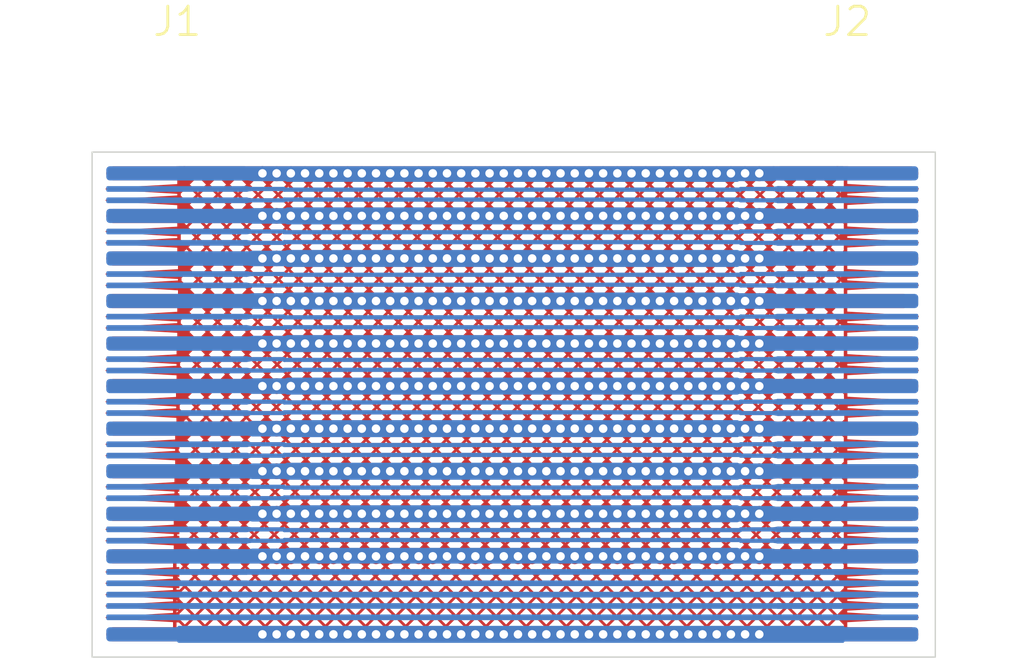
<source format=kicad_pcb>
(kicad_pcb (version 20240108) (generator "pcbnew") (generator_version "8.0")
  (layers (0 "F.Cu" signal) (31 "B.Cu" signal) (34 "B.Paste" user) (35 "F.Paste" user) (36 "B.SilkS" user "B.Silkscreen") (37 "F.SilkS" user "F.Silkscreen") (38 "B.Mask" user) (39 "F.Mask" user) (44 "Edge.Cuts" user))
  (net 0 "")
  (net 1 "GND")
  (net 2 "TX2-")
  (net 3 "TX2+")
  (net 4 "TX1+")
  (net 5 "TX3-")
  (net 6 "TX1-")
  (net 7 "RX3+")
  (net 8 "RX2-")
  (net 9 "RX1+")
  (net 10 "CLOCK+")
  (net 11 "CLKREQ")
  (net 12 "RX0-")
  (net 13 "3.3V_OPT")
  (net 14 "RX1-")
  (net 15 "PEWAKE")
  (net 16 "TX0-")
  (net 17 "TX3+")
  (net 18 "RX2+")
  (net 19 "RX3-")
  (net 20 "TX0+")
  (net 21 "PEDET")
  (net 22 "CLOCK-")
  (net 23 "RX0+")
  (net 24 "PERST")
  (footprint "flex_connector:port_pcb" (layer "F.Cu") (at 117.6 66.85)
    (property "Reference" "J2")
    (property "Value" "Conn_01x38_Pin")
  )
  (footprint "flex_connector:port_pcb" (layer "F.Cu") (at 94 66.85)
    (property "Reference" "J1")
    (property "Value" "Conn_01x38_Pin")
  )
  (gr_poly (pts (xy 94.05 81.1) (xy 94.05 81.4) (xy 91.5 81.25)) (stroke (width 0.05)) (fill solid) (layer "F.Cu") (net 1))
  (gr_poly (pts (xy 117.541896 87.201724) (xy 117.541896 87.501724) (xy 120.091896 87.351724)) (stroke (width 0.05)) (fill solid) (layer "F.Cu") (net 1))
  (gr_poly (pts (xy 94.05 86) (xy 94.05 86.3) (xy 91.5 86.15)) (stroke (width 0.05)) (fill solid) (layer "F.Cu") (net 1))
  (gr_poly (pts (xy 94.05 77) (xy 94.05 77.3) (xy 91.5 77.15)) (stroke (width 0.05)) (fill solid) (layer "F.Cu") (net 1))
  (gr_poly (pts (xy 117.543793 73.594483) (xy 117.543793 73.894483) (xy 120.093793 73.744483)) (stroke (width 0.05)) (fill solid) (layer "F.Cu") (net 1))
  (gr_poly (pts (xy 94.05 78.1) (xy 94.05 78.4) (xy 91.5 78.25)) (stroke (width 0.05)) (fill solid) (layer "F.Cu") (net 1))
  (gr_poly (pts (xy 117.543793 84.094483) (xy 117.543793 84.394483) (xy 120.093793 84.244483)) (stroke (width 0.05)) (fill solid) (layer "F.Cu") (net 1))
  (gr_poly (pts (xy 94.05 86.4) (xy 94.05 86.7) (xy 91.5 86.55)) (stroke (width 0.05)) (fill solid) (layer "F.Cu") (net 1))
  (gr_poly (pts (xy 94.05 80) (xy 94.05 80.3) (xy 91.5 80.15)) (stroke (width 0.05)) (fill solid) (layer "F.Cu") (net 1))
  (gr_poly (pts (xy 94.05 84.5) (xy 94.05 84.8) (xy 91.5 84.65)) (stroke (width 0.05)) (fill solid) (layer "F.Cu") (net 1))
  (gr_poly (pts (xy 117.543793 78.494483) (xy 117.543793 78.794483) (xy 120.093793 78.644483)) (stroke (width 0.05)) (fill solid) (layer "F.Cu") (net 1))
  (gr_poly (pts (xy 117.543793 75.094483) (xy 117.543793 75.394483) (xy 120.093793 75.244483)) (stroke (width 0.05)) (fill solid) (layer "F.Cu") (net 1))
  (gr_poly (pts (xy 117.543793 75.494483) (xy 117.543793 75.794483) (xy 120.093793 75.644483)) (stroke (width 0.05)) (fill solid) (layer "F.Cu") (net 1))
  (gr_poly (pts (xy 94.05 76.6) (xy 94.05 76.9) (xy 91.5 76.75)) (stroke (width 0.05)) (fill solid) (layer "F.Cu") (net 1))
  (gr_poly (pts (xy 94.05 79.6) (xy 94.05 79.9) (xy 91.5 79.75)) (stroke (width 0.05)) (fill solid) (layer "F.Cu") (net 1))
  (gr_poly (pts (xy 117.543793 81.094483) (xy 117.543793 81.394483) (xy 120.093793 81.244483)) (stroke (width 0.05)) (fill solid) (layer "F.Cu") (net 1))
  (gr_poly (pts (xy 94.05 73.6) (xy 94.05 73.9) (xy 91.5 73.75)) (stroke (width 0.05)) (fill solid) (layer "F.Cu") (net 1))
  (gr_poly (pts (xy 117.543793 86.794483) (xy 117.543793 87.094483) (xy 120.093793 86.944483)) (stroke (width 0.05)) (fill solid) (layer "F.Cu") (net 1))
  (gr_poly (pts (xy 94.05 72.1) (xy 94.05 72.4) (xy 91.5 72.25)) (stroke (width 0.05)) (fill solid) (layer "F.Cu") (net 1))
  (gr_poly (pts (xy 94.05 78.5) (xy 94.05 78.8) (xy 91.5 78.65)) (stroke (width 0.05)) (fill solid) (layer "F.Cu") (net 1))
  (gr_poly (pts (xy 117.543793 82.994483) (xy 117.543793 83.294483) (xy 120.093793 83.144483)) (stroke (width 0.05)) (fill solid) (layer "F.Cu") (net 1))
  (gr_poly (pts (xy 117.543793 73.994483) (xy 117.543793 74.294483) (xy 120.093793 74.144483)) (stroke (width 0.05)) (fill solid) (layer "F.Cu") (net 1))
  (gr_poly (pts (xy 117.543793 76.594483) (xy 117.543793 76.894483) (xy 120.093793 76.744483)) (stroke (width 0.05)) (fill solid) (layer "F.Cu") (net 1))
  (gr_poly (pts (xy 94.05 75.1) (xy 94.05 75.4) (xy 91.5 75.25)) (stroke (width 0.05)) (fill solid) (layer "F.Cu") (net 1))
  (gr_poly (pts (xy 94.05 83) (xy 94.05 83.3) (xy 91.5 83.15)) (stroke (width 0.05)) (fill solid) (layer "F.Cu") (net 1))
  (gr_poly (pts (xy 94.05 86.8) (xy 94.05 87.1) (xy 91.5 86.95)) (stroke (width 0.05)) (fill solid) (layer "F.Cu") (net 1))
  (gr_poly (pts (xy 94.05 72.5) (xy 94.05 72.8) (xy 91.5 72.65)) (stroke (width 0.05)) (fill solid) (layer "F.Cu") (net 1))
  (gr_poly (pts (xy 94.05 75.5) (xy 94.05 75.8) (xy 91.5 75.65)) (stroke (width 0.05)) (fill solid) (layer "F.Cu") (net 1))
  (gr_poly (pts (xy 117.543793 72.494483) (xy 117.543793 72.794483) (xy 120.093793 72.644483)) (stroke (width 0.05)) (fill solid) (layer "F.Cu") (net 1))
  (gr_poly (pts (xy 117.543793 78.094483) (xy 117.543793 78.394483) (xy 120.093793 78.244483)) (stroke (width 0.05)) (fill solid) (layer "F.Cu") (net 1))
  (gr_poly (pts (xy 94.051897 87.207241) (xy 94.051897 87.507241) (xy 91.501897 87.357241)) (stroke (width 0.05)) (fill solid) (layer "F.Cu") (net 1))
  (gr_poly (pts (xy 117.543793 79.594483) (xy 117.543793 79.894483) (xy 120.093793 79.744483)) (stroke (width 0.05)) (fill solid) (layer "F.Cu") (net 1))
  (gr_poly (pts (xy 117.543793 81.494483) (xy 117.543793 81.794483) (xy 120.093793 81.644483)) (stroke (width 0.05)) (fill solid) (layer "F.Cu") (net 1))
  (gr_poly (pts (xy 94.05 74) (xy 94.05 74.3) (xy 91.5 74.15)) (stroke (width 0.05)) (fill solid) (layer "F.Cu") (net 1))
  (gr_poly (pts (xy 117.543793 82.594483) (xy 117.543793 82.894483) (xy 120.093793 82.744483)) (stroke (width 0.05)) (fill solid) (layer "F.Cu") (net 1))
  (gr_poly (pts (xy 117.543793 85.594483) (xy 117.543793 85.894483) (xy 120.093793 85.744483)) (stroke (width 0.05)) (fill solid) (layer "F.Cu") (net 1))
  (gr_poly (pts (xy 94.05 85.6) (xy 94.05 85.9) (xy 91.5 85.75)) (stroke (width 0.05)) (fill solid) (layer "F.Cu") (net 1))
  (gr_poly (pts (xy 117.543793 85.994483) (xy 117.543793 86.294483) (xy 120.093793 86.144483)) (stroke (width 0.05)) (fill solid) (layer "F.Cu") (net 1))
  (gr_poly (pts (xy 117.543793 86.394483) (xy 117.543793 86.694483) (xy 120.093793 86.544483)) (stroke (width 0.05)) (fill solid) (layer "F.Cu") (net 1))
  (gr_poly (pts (xy 117.543793 72.094483) (xy 117.543793 72.394483) (xy 120.093793 72.244483)) (stroke (width 0.05)) (fill solid) (layer "F.Cu") (net 1))
  (gr_poly (pts (xy 117.543793 84.494483) (xy 117.543793 84.794483) (xy 120.093793 84.644483)) (stroke (width 0.05)) (fill solid) (layer "F.Cu") (net 1))
  (gr_poly (pts (xy 117.543793 79.994483) (xy 117.543793 80.294483) (xy 120.093793 80.144483)) (stroke (width 0.05)) (fill solid) (layer "F.Cu") (net 1))
  (gr_poly (pts (xy 94.05 81.5) (xy 94.05 81.8) (xy 91.5 81.65)) (stroke (width 0.05)) (fill solid) (layer "F.Cu") (net 1))
  (gr_poly (pts (xy 94.05 84.1) (xy 94.05 84.4) (xy 91.5 84.25)) (stroke (width 0.05)) (fill solid) (layer "F.Cu") (net 1))
  (gr_poly (pts (xy 94.05 82.6) (xy 94.05 82.9) (xy 91.5 82.75)) (stroke (width 0.05)) (fill solid) (layer "F.Cu") (net 1))
  (gr_poly (pts (xy 117.543793 76.994483) (xy 117.543793 77.294483) (xy 120.093793 77.144483)) (stroke (width 0.05)) (fill solid) (layer "F.Cu") (net 1))
  (gr_rect (start 91 70.95) (end 120.7 88.75) (stroke (width 0.05)) (fill none) (layer "Edge.Cuts"))
  (segment (start 117.1 85.2) (end 119.85 85.2) (width 0.5) (layer "F.Cu") (net 1))
  (segment (start 94.3 74.7) (end 91.75 74.7) (width 0.5) (layer "F.Cu") (net 1))
  (segment (start 97 71.7) (end 94.25 71.7) (width 0.5) (layer "F.Cu") (net 1))
  (segment (start 117.2 79.2) (end 119.85 79.2) (width 0.5) (layer "F.Cu") (net 1))
  (segment (start 97 83.7) (end 94.2 83.7) (width 0.5) (layer "F.Cu") (net 1))
  (segment (start 97 87.95) (end 94.1 87.95) (width 0.5) (layer "F.Cu") (net 1))
  (segment (start 94.2 83.7) (end 91.75 83.7) (width 0.5) (layer "F.Cu") (net 1))
  (segment (start 117.2 82.2) (end 119.85 82.2) (width 0.5) (layer "F.Cu") (net 1))
  (segment (start 97 80.7) (end 94.2 80.7) (width 0.5) (layer "F.Cu") (net 1))
  (segment (start 117.2 76.2) (end 119.55 76.2) (width 0.5) (layer "F.Cu") (net 1))
  (segment (start 94.25 71.7) (end 91.75 71.7) (width 0.5) (layer "F.Cu") (net 1))
  (segment (start 94.3 76.2) (end 91.75 76.2) (width 0.5) (layer "F.Cu") (net 1))
  (segment (start 97 73.2) (end 94.25 73.2) (width 0.5) (layer "F.Cu") (net 1))
  (segment (start 97 83.7) (end 117.1 83.7) (width 0.5) (layer "F.Cu") (net 1))
  (segment (start 114.5 76.2) (end 94.3 76.2) (width 0.5) (layer "F.Cu") (net 1))
  (segment (start 117.2 77.7) (end 119.85 77.7) (width 0.5) (layer "F.Cu") (net 1))
  (segment (start 114.5 79.2) (end 117.2 79.2) (width 0.5) (layer "F.Cu") (net 1))
  (segment (start 94.2 79.2) (end 91.75 79.2) (width 0.5) (layer "F.Cu") (net 1))
  (segment (start 94.25 73.2) (end 91.75 73.2) (width 0.5) (layer "F.Cu") (net 1))
  (segment (start 97 74.7) (end 117.2 74.7) (width 0.5) (layer "F.Cu") (net 1))
  (segment (start 97 77.7) (end 117.2 77.7) (width 0.5) (layer "F.Cu") (net 1))
  (segment (start 117.2 80.7) (end 119.85 80.7) (width 0.5) (layer "F.Cu") (net 1))
  (segment (start 114.5 76.2) (end 117.2 76.2) (width 0.5) (layer "F.Cu") (net 1))
  (segment (start 117.175 73.2) (end 119.85 73.2) (width 0.5) (layer "F.Cu") (net 1))
  (segment (start 114.5 79.2) (end 94.2 79.2) (width 0.5) (layer "F.Cu") (net 1))
  (segment (start 97 82.2) (end 117.2 82.2) (width 0.5) (layer "F.Cu") (net 1))
  (segment (start 97 85.2) (end 117.1 85.2) (width 0.5) (layer "F.Cu") (net 1))
  (segment (start 117.25 71.7) (end 119.85 71.7) (width 0.5) (layer "F.Cu") (net 1))
  (segment (start 117.2 74.7) (end 119.85 74.7) (width 0.5) (layer "F.Cu") (net 1))
  (segment (start 97 87.95) (end 117.1 87.95) (width 0.5) (layer "F.Cu") (net 1))
  (segment (start 97 74.7) (end 94.3 74.7) (width 0.5) (layer "F.Cu") (net 1))
  (segment (start 97 71.7) (end 117.25 71.7) (width 0.5) (layer "F.Cu") (net 1))
  (segment (start 94.1 85.2) (end 91.75 85.2) (width 0.5) (layer "F.Cu") (net 1))
  (segment (start 117.1 83.7) (end 119.85 83.7) (width 0.5) (layer "F.Cu") (net 1))
  (segment (start 94.2 80.7) (end 91.75 80.7) (width 0.5) (layer "F.Cu") (net 1))
  (segment (start 94.1 87.95) (end 91.75 87.95) (width 0.5) (layer "F.Cu") (net 1))
  (segment (start 117.1 87.95) (end 119.85 87.95) (width 0.5) (layer "F.Cu") (net 1))
  (segment (start 94.2 77.7) (end 91.75 77.7) (width 0.5) (layer "F.Cu") (net 1))
  (segment (start 97 77.7) (end 94.2 77.7) (width 0.5) (layer "F.Cu") (net 1))
  (segment (start 97 80.7) (end 117.2 80.7) (width 0.5) (layer "F.Cu") (net 1))
  (segment (start 97 85.2) (end 94.1 85.2) (width 0.5) (layer "F.Cu") (net 1))
  (segment (start 94.2 82.2) (end 91.75 82.2) (width 0.5) (layer "F.Cu") (net 1))
  (segment (start 97 82.2) (end 94.2 82.2) (width 0.5) (layer "F.Cu") (net 1))
  (segment (start 97 73.2) (end 117.175 73.2) (width 0.5) (layer "F.Cu") (net 1))
  (via (at 114.5 82.2) (size 0.45) (drill 0.3) (layers "F.Cu" "B.Cu") (net 1))
  (via (at 109.5 85.2) (size 0.45) (drill 0.3) (layers "F.Cu" "B.Cu") (net 1))
  (via (at 108 73.2) (size 0.45) (drill 0.3) (layers "F.Cu" "B.Cu") (net 1))
  (via (at 97 79.2) (size 0.45) (drill 0.3) (layers "F.Cu" "B.Cu") (net 1))
  (via (at 107.5 71.7) (size 0.45) (drill 0.3) (layers "F.Cu" "B.Cu") (net 1))
  (via (at 104.5 82.2) (size 0.45) (drill 0.3) (layers "F.Cu" "B.Cu") (net 1))
  (via (at 106.5 73.2) (size 0.45) (drill 0.3) (layers "F.Cu" "B.Cu") (net 1))
  (via (at 113.5 87.95) (size 0.45) (drill 0.3) (layers "F.Cu" "B.Cu") (net 1))
  (via (at 105 80.7) (size 0.45) (drill 0.3) (layers "F.Cu" "B.Cu") (net 1))
  (via (at 99 74.7) (size 0.45) (drill 0.3) (layers "F.Cu" "B.Cu") (net 1))
  (via (at 113.5 83.7) (size 0.45) (drill 0.3) (layers "F.Cu" "B.Cu") (net 1))
  (via (at 107 85.2) (size 0.45) (drill 0.3) (layers "F.Cu" "B.Cu") (net 1))
  (via (at 113.5 76.2) (size 0.45) (drill 0.3) (layers "F.Cu" "B.Cu") (net 1))
  (via (at 113.5 79.2) (size 0.45) (drill 0.3) (layers "F.Cu" "B.Cu") (net 1))
  (via (at 105 74.7) (size 0.45) (drill 0.3) (layers "F.Cu" "B.Cu") (net 1))
  (via (at 111.5 76.2) (size 0.45) (drill 0.3) (layers "F.Cu" "B.Cu") (net 1))
  (via (at 98.5 79.2) (size 0.45) (drill 0.3) (layers "F.Cu" "B.Cu") (net 1))
  (via (at 97 74.7) (size 0.45) (drill 0.3) (layers "F.Cu" "B.Cu") (net 1))
  (via (at 103.5 83.7) (size 0.45) (drill 0.3) (layers "F.Cu" "B.Cu") (net 1))
  (via (at 98 73.2) (size 0.45) (drill 0.3) (layers "F.Cu" "B.Cu") (net 1))
  (via (at 99.5 82.2) (size 0.45) (drill 0.3) (layers "F.Cu" "B.Cu") (net 1))
  (via (at 110 76.2) (size 0.45) (drill 0.3) (layers "F.Cu" "B.Cu") (net 1))
  (via (at 105 85.2) (size 0.45) (drill 0.3) (layers "F.Cu" "B.Cu") (net 1))
  (via (at 113 77.7) (size 0.45) (drill 0.3) (layers "F.Cu" "B.Cu") (net 1))
  (via (at 112.5 71.7) (size 0.45) (drill 0.3) (layers "F.Cu" "B.Cu") (net 1))
  (via (at 102 80.7) (size 0.45) (drill 0.3) (layers "F.Cu" "B.Cu") (net 1))
  (via (at 107 83.7) (size 0.45) (drill 0.3) (layers "F.Cu" "B.Cu") (net 1))
  (via (at 102.5 87.95) (size 0.45) (drill 0.3) (layers "F.Cu" "B.Cu") (net 1))
  (via (at 107 82.2) (size 0.45) (drill 0.3) (layers "F.Cu" "B.Cu") (net 1))
  (via (at 100 77.7) (size 0.45) (drill 0.3) (layers "F.Cu" "B.Cu") (net 1))
  (via (at 99 71.7) (size 0.45) (drill 0.3) (layers "F.Cu" "B.Cu") (net 1))
  (via (at 101 82.2) (size 0.45) (drill 0.3) (layers "F.Cu" "B.Cu") (net 1))
  (via (at 99.5 83.7) (size 0.45) (drill 0.3) (layers "F.Cu" "B.Cu") (net 1))
  (via (at 103 73.2) (size 0.45) (drill 0.3) (layers "F.Cu" "B.Cu") (net 1))
  (via (at 100 73.2) (size 0.45) (drill 0.3) (layers "F.Cu" "B.Cu") (net 1))
  (via (at 102 74.7) (size 0.45) (drill 0.3) (layers "F.Cu" "B.Cu") (net 1))
  (via (at 105.5 76.2) (size 0.45) (drill 0.3) (layers "F.Cu" "B.Cu") (net 1))
  (via (at 112 87.95) (size 0.45) (drill 0.3) (layers "F.Cu" "B.Cu") (net 1))
  (via (at 108.5 79.2) (size 0.45) (drill 0.3) (layers "F.Cu" "B.Cu") (net 1))
  (via (at 107.5 74.7) (size 0.45) (drill 0.3) (layers "F.Cu" "B.Cu") (net 1))
  (via (at 100 80.7) (size 0.45) (drill 0.3) (layers "F.Cu" "B.Cu") (net 1))
  (via (at 101.5 73.2) (size 0.45) (drill 0.3) (layers "F.Cu" "B.Cu") (net 1))
  (via (at 100 74.7) (size 0.45) (drill 0.3) (layers "F.Cu" "B.Cu") (net 1))
  (via (at 104 76.2) (size 0.45) (drill 0.3) (layers "F.Cu" "B.Cu") (net 1))
  (via (at 99.5 87.95) (size 0.45) (drill 0.3) (layers "F.Cu" "B.Cu") (net 1))
  (via (at 112 79.2) (size 0.45) (drill 0.3) (layers "F.Cu" "B.Cu") (net 1))
  (via (at 108 77.7) (size 0.45) (drill 0.3) (layers "F.Cu" "B.Cu") (net 1))
  (via (at 111 74.7) (size 0.45) (drill 0.3) (layers "F.Cu" "B.Cu") (net 1))
  (via (at 112.5 83.7) (size 0.45) (drill 0.3) (layers "F.Cu" "B.Cu") (net 1))
  (via (at 106 80.7) (size 0.45) (drill 0.3) (layers "F.Cu" "B.Cu") (net 1))
  (via (at 113 87.95) (size 0.45) (drill 0.3) (layers "F.Cu" "B.Cu") (net 1))
  (via (at 108 79.2) (size 0.45) (drill 0.3) (layers "F.Cu" "B.Cu") (net 1))
  (via (at 106.5 83.7) (size 0.45) (drill 0.3) (layers "F.Cu" "B.Cu") (net 1))
  (via (at 113.5 73.2) (size 0.45) (drill 0.3) (layers "F.Cu" "B.Cu") (net 1))
  (via (at 114 76.2) (size 0.45) (drill 0.3) (layers "F.Cu" "B.Cu") (net 1))
  (via (at 111 73.2) (size 0.45) (drill 0.3) (layers "F.Cu" "B.Cu") (net 1))
  (via (at 108 76.2) (size 0.45) (drill 0.3) (layers "F.Cu" "B.Cu") (net 1))
  (via (at 102.5 79.2) (size 0.45) (drill 0.3) (layers "F.Cu" "B.Cu") (net 1))
  (via (at 109 87.95) (size 0.45) (drill 0.3) (layers "F.Cu" "B.Cu") (net 1))
  (via (at 98 77.7) (size 0.45) (drill 0.3) (layers "F.Cu" "B.Cu") (net 1))
  (via (at 110 79.2) (size 0.45) (drill 0.3) (layers "F.Cu" "B.Cu") (net 1))
  (via (at 103 77.7) (size 0.45) (drill 0.3) (layers "F.Cu" "B.Cu") (net 1))
  (via (at 98.5 76.2) (size 0.45) (drill 0.3) (layers "F.Cu" "B.Cu") (net 1))
  (via (at 102.5 74.7) (size 0.45) (drill 0.3) (layers "F.Cu" "B.Cu") (net 1))
  (via (at 104.5 80.7) (size 0.45) (drill 0.3) (layers "F.Cu" "B.Cu") (net 1))
  (via (at 97 71.7) (size 0.45) (drill 0.3) (layers "F.Cu" "B.Cu") (net 1))
  (via (at 98 85.2) (size 0.45) (drill 0.3) (layers "F.Cu" "B.Cu") (net 1))
  (via (at 103 83.7) (size 0.45) (drill 0.3) (layers "F.Cu" "B.Cu") (net 1))
  (via (at 100.5 73.2) (size 0.45) (drill 0.3) (layers "F.Cu" "B.Cu") (net 1))
  (via (at 97 73.2) (size 0.45) (drill 0.3) (layers "F.Cu" "B.Cu") (net 1))
  (via (at 98.5 74.7) (size 0.45) (drill 0.3) (layers "F.Cu" "B.Cu") (net 1))
  (via (at 105.5 80.7) (size 0.45) (drill 0.3) (layers "F.Cu" "B.Cu") (net 1))
  (via (at 108.5 76.2) (size 0.45) (drill 0.3) (layers "F.Cu" "B.Cu") (net 1))
  (via (at 101 74.7) (size 0.45) (drill 0.3) (layers "F.Cu" "B.Cu") (net 1))
  (via (at 101 73.2) (size 0.45) (drill 0.3) (layers "F.Cu" "B.Cu") (net 1))
  (via (at 113.5 77.7) (size 0.45) (drill 0.3) (layers "F.Cu" "B.Cu") (net 1))
  (via (at 99 79.2) (size 0.45) (drill 0.3) (layers "F.Cu" "B.Cu") (net 1))
  (via (at 108.5 73.2) (size 0.45) (drill 0.3) (layers "F.Cu" "B.Cu") (net 1))
  (via (at 113 83.7) (size 0.45) (drill 0.3) (layers "F.Cu" "B.Cu") (net 1))
  (via (at 109.5 83.7) (size 0.45) (drill 0.3) (layers "F.Cu" "B.Cu") (net 1))
  (via (at 114.5 71.7) (size 0.45) (drill 0.3) (layers "F.Cu" "B.Cu") (net 1))
  (via (at 104 83.7) (size 0.45) (drill 0.3) (layers "F.Cu" "B.Cu") (net 1))
  (via (at 108 87.95) (size 0.45) (drill 0.3) (layers "F.Cu" "B.Cu") (net 1))
  (via (at 98.5 83.7) (size 0.45) (drill 0.3) (layers "F.Cu" "B.Cu") (net 1))
  (via (at 101 85.2) (size 0.45) (drill 0.3) (layers "F.Cu" "B.Cu") (net 1))
  (via (at 106 71.7) (size 0.45) (drill 0.3) (layers "F.Cu" "B.Cu") (net 1))
  (via (at 105.5 73.2) (size 0.45) (drill 0.3) (layers "F.Cu" "B.Cu") (net 1))
  (via (at 98.5 77.7) (size 0.45) (drill 0.3) (layers "F.Cu" "B.Cu") (net 1))
  (via (at 104.5 85.2) (size 0.45) (drill 0.3) (layers "F.Cu" "B.Cu") (net 1))
  (via (at 109 77.7) (size 0.45) (drill 0.3) (layers "F.Cu" "B.Cu") (net 1))
  (via (at 97 77.7) (size 0.45) (drill 0.3) (layers "F.Cu" "B.Cu") (net 1))
  (via (at 105.5 77.7) (size 0.45) (drill 0.3) (layers "F.Cu" "B.Cu") (net 1))
  (via (at 110 71.7) (size 0.45) (drill 0.3) (layers "F.Cu" "B.Cu") (net 1))
  (via (at 114 87.95) (size 0.45) (drill 0.3) (layers "F.Cu" "B.Cu") (net 1))
  (via (at 107 74.7) (size 0.45) (drill 0.3) (layers "F.Cu" "B.Cu") (net 1))
  (via (at 111.5 82.2) (size 0.45) (drill 0.3) (layers "F.Cu" "B.Cu") (net 1))
  (via (at 106.5 80.7) (size 0.45) (drill 0.3) (layers "F.Cu" "B.Cu") (net 1))
  (via (at 100 87.95) (size 0.45) (drill 0.3) (layers "F.Cu" "B.Cu") (net 1))
  (via (at 108 71.7) (size 0.45) (drill 0.3) (layers "F.Cu" "B.Cu") (net 1))
  (via (at 114.5 87.95) (size 0.45) (drill 0.3) (layers "F.Cu" "B.Cu") (net 1))
  (via (at 105.5 74.7) (size 0.45) (drill 0.3) (layers "F.Cu" "B.Cu") (net 1))
  (via (at 97.5 76.2) (size 0.45) (drill 0.3) (layers "F.Cu" "B.Cu") (net 1))
  (via (at 99 73.2) (size 0.45) (drill 0.3) (layers "F.Cu" "B.Cu") (net 1))
  (via (at 98 83.7) (size 0.45) (drill 0.3) (layers "F.Cu" "B.Cu") (net 1))
  (via (at 105.5 82.2) (size 0.45) (drill 0.3) (layers "F.Cu" "B.Cu") (net 1))
  (via (at 107 71.7) (size 0.45) (drill 0.3) (layers "F.Cu" "B.Cu") (net 1))
  (via (at 106.5 71.7) (size 0.45) (drill 0.3) (layers "F.Cu" "B.Cu") (net 1))
  (via (at 107.5 77.7) (size 0.45) (drill 0.3) (layers "F.Cu" "B.Cu") (net 1))
  (via (at 108.5 87.95) (size 0.45) (drill 0.3) (layers "F.Cu" "B.Cu") (net 1))
  (via (at 102 82.2) (size 0.45) (drill 0.3) (layers "F.Cu" "B.Cu") (net 1))
  (via (at 107 77.7) (size 0.45) (drill 0.3) (layers "F.Cu" "B.Cu") (net 1))
  (via (at 97.5 73.2) (size 0.45) (drill 0.3) (layers "F.Cu" "B.Cu") (net 1))
  (via (at 104 87.95) (size 0.45) (drill 0.3) (layers "F.Cu" "B.Cu") (net 1))
  (via (at 98 82.2) (size 0.45) (drill 0.3) (layers "F.Cu" "B.Cu") (net 1))
  (via (at 100.5 82.2) (size 0.45) (drill 0.3) (layers "F.Cu" "B.Cu") (net 1))
  (via (at 108 85.2) (size 0.45) (drill 0.3) (layers "F.Cu" "B.Cu") (net 1))
  (via (at 101.5 71.7) (size 0.45) (drill 0.3) (layers "F.Cu" "B.Cu") (net 1))
  (via (at 110 82.2) (size 0.45) (drill 0.3) (layers "F.Cu" "B.Cu") (net 1))
  (via (at 104 77.7) (size 0.45) (drill 0.3) (layers "F.Cu" "B.Cu") (net 1))
  (via (at 109 85.2) (size 0.45) (drill 0.3) (layers "F.Cu" "B.Cu") (net 1))
  (via (at 101.5 87.95) (size 0.45) (drill 0.3) (layers "F.Cu" "B.Cu") (net 1))
  (via (at 112.5 74.7) (size 0.45) (drill 0.3) (layers "F.Cu" "B.Cu") (net 1))
  (via (at 110 80.7) (size 0.45) (drill 0.3) (layers "F.Cu" "B.Cu") (net 1))
  (via (at 101 83.7) (size 0.45) (drill 0.3) (layers "F.Cu" "B.Cu") (net 1))
  (via (at 110 77.7) (size 0.45) (drill 0.3) (layers "F.Cu" "B.Cu") (net 1))
  (via (at 104 71.7) (size 0.45) (drill 0.3) (layers "F.Cu" "B.Cu") (net 1))
  (via (at 99.5 71.7) (size 0.45) (drill 0.3) (layers "F.Cu" "B.Cu") (net 1))
  (via (at 114.5 79.2) (size 0.45) (drill 0.3) (layers "F.Cu" "B.Cu") (net 1))
  (via (at 111 82.2) (size 0.45) (drill 0.3) (layers "F.Cu" "B.Cu") (net 1))
  (via (at 100.5 77.7) (size 0.45) (drill 0.3) (layers "F.Cu" "B.Cu") (net 1))
  (via (at 112.5 87.95) (size 0.45) (drill 0.3) (layers "F.Cu" "B.Cu") (net 1))
  (via (at 112.5 79.2) (size 0.45) (drill 0.3) (layers "F.Cu" "B.Cu") (net 1))
  (via (at 113.5 80.7) (size 0.45) (drill 0.3) (layers "F.Cu" "B.Cu") (net 1))
  (via (at 101 87.95) (size 0.45) (drill 0.3) (layers "F.Cu" "B.Cu") (net 1))
  (via (at 113.5 74.7) (size 0.45) (drill 0.3) (layers "F.Cu" "B.Cu") (net 1))
  (via (at 97.5 82.2) (size 0.45) (drill 0.3) (layers "F.Cu" "B.Cu") (net 1))
  (via (at 103 71.7) (size 0.45) (drill 0.3) (layers "F.Cu" "B.Cu") (net 1))
  (via (at 114.5 74.7) (size 0.45) (drill 0.3) (layers "F.Cu" "B.Cu") (net 1))
  (via (at 109.5 74.7) (size 0.45) (drill 0.3) (layers "F.Cu" "B.Cu") (net 1))
  (via (at 98.5 71.7) (size 0.45) (drill 0.3) (layers "F.Cu" "B.Cu") (net 1))
  (via (at 114 80.7) (size 0.45) (drill 0.3) (layers "F.Cu" "B.Cu") (net 1))
  (via (at 103.5 71.7) (size 0.45) (drill 0.3) (layers "F.Cu" "B.Cu") (net 1))
  (via (at 114 79.2) (size 0.45) (drill 0.3) (layers "F.Cu" "B.Cu") (net 1))
  (via (at 109 73.2) (size 0.45) (drill 0.3) (layers "F.Cu" "B.Cu") (net 1))
  (via (at 102.5 85.2) (size 0.45) (drill 0.3) (layers "F.Cu" "B.Cu") (net 1))
  (via (at 110.5 73.2) (size 0.45) (drill 0.3) (layers "F.Cu" "B.Cu") (net 1))
  (via (at 109.5 79.2) (size 0.45) (drill 0.3) (layers "F.Cu" "B.Cu") (net 1))
  (via (at 106.5 74.7) (size 0.45) (drill 0.3) (layers "F.Cu" "B.Cu") (net 1))
  (via (at 102 71.7) (size 0.45) (drill 0.3) (layers "F.Cu" "B.Cu") (net 1))
  (via (at 101.5 79.2) (size 0.45) (drill 0.3) (layers "F.Cu" "B.Cu") (net 1))
  (via (at 112.5 76.2) (size 0.45) (drill 0.3) (layers "F.Cu" "B.Cu") (net 1))
  (via (at 112 82.2) (size 0.45) (drill 0.3) (layers "F.Cu" "B.Cu") (net 1))
  (via (at 114.5 76.2) (size 0.45) (drill 0.3) (layers "F.Cu" "B.Cu") (net 1))
  (via (at 99.5 76.2) (size 0.45) (drill 0.3) (layers "F.Cu" "B.Cu") (net 1))
  (via (at 106 77.7) (size 0.45) (drill 0.3) (layers "F.Cu" "B.Cu") (net 1))
  (via (at 97.5 71.7) (size 0.45) (drill 0.3) (layers "F.Cu" "B.Cu") (net 1))
  (via (at 111.5 71.7) (size 0.45) (drill 0.3) (layers "F.Cu" "B.Cu") (net 1))
  (via (at 109.5 71.7) (size 0.45) (drill 0.3) (layers "F.Cu" "B.Cu") (net 1))
  (via (at 97.5 83.7) (size 0.45) (drill 0.3) (layers "F.Cu" "B.Cu") (net 1))
  (via (at 114.5 73.2) (size 0.45) (drill 0.3) (layers "F.Cu" "B.Cu") (net 1))
  (via (at 107 80.7) (size 0.45) (drill 0.3) (layers "F.Cu" "B.Cu") (net 1))
  (via (at 106.5 82.2) (size 0.45) (drill 0.3) (layers "F.Cu" "B.Cu") (net 1))
  (via (at 103.5 76.2) (size 0.45) (drill 0.3) (layers "F.Cu" "B.Cu") (net 1))
  (via (at 98 76.2) (size 0.45) (drill 0.3) (layers "F.Cu" "B.Cu") (net 1))
  (via (at 102.5 71.7) (size 0.45) (drill 0.3) (layers "F.Cu" "B.Cu") (net 1))
  (via (at 112.5 80.7) (size 0.45) (drill 0.3) (layers "F.Cu" "B.Cu") (net 1))
  (via (at 100.5 85.2) (size 0.45) (drill 0.3) (layers "F.Cu" "B.Cu") (net 1))
  (via (at 103 82.2) (size 0.45) (drill 0.3) (layers "F.Cu" "B.Cu") (net 1))
  (via (at 100 82.2) (size 0.45) (drill 0.3) (layers "F.Cu" "B.Cu") (net 1))
  (via (at 99 83.7) (size 0.45) (drill 0.3) (layers "F.Cu" "B.Cu") (net 1))
  (via (at 102.5 77.7) (size 0.45) (drill 0.3) (layers "F.Cu" "B.Cu") (net 1))
  (via (at 104 73.2) (size 0.45) (drill 0.3) (layers "F.Cu" "B.Cu") (net 1))
  (via (at 103 76.2) (size 0.45) (drill 0.3) (layers "F.Cu" "B.Cu") (net 1))
  (via (at 97.5 74.7) (size 0.45) (drill 0.3) (layers "F.Cu" "B.Cu") (net 1))
  (via (at 101 80.7) (size 0.45) (drill 0.3) (layers "F.Cu" "B.Cu") (net 1))
  (via (at 111 71.7) (size 0.45) (drill 0.3) (layers "F.Cu" "B.Cu") (net 1))
  (via (at 106 83.7) (size 0.45) (drill 0.3) (layers "F.Cu" "B.Cu") (net 1))
  (via (at 100.5 76.2) (size 0.45) (drill 0.3) (layers "F.Cu" "B.Cu") (net 1))
  (via (at 110 87.95) (size 0.45) (drill 0.3) (layers "F.Cu" "B.Cu") (net 1))
  (via (at 109 82.2) (size 0.45) (drill 0.3) (layers "F.Cu" "B.Cu") (net 1))
  (via (at 100 71.7) (size 0.45) (drill 0.3) (layers "F.Cu" "B.Cu") (net 1))
  (via (at 97 87.95) (size 0.45) (drill 0.3) (layers "F.Cu" "B.Cu") (net 1))
  (via (at 97.5 85.2) (size 0.45) (drill 0.3) (layers "F.Cu" "B.Cu") (net 1))
  (via (at 109.5 80.7) (size 0.45) (drill 0.3) (layers "F.Cu" "B.Cu") (net 1))
  (via (at 109.5 76.2) (size 0.45) (drill 0.3) (layers "F.Cu" "B.Cu") (net 1))
  (via (at 105 73.2) (size 0.45) (drill 0.3) (layers "F.Cu" "B.Cu") (net 1))
  (via (at 109.5 87.95) (size 0.45) (drill 0.3) (layers "F.Cu" "B.Cu") (net 1))
  (via (at 99.5 74.7) (size 0.45) (drill 0.3) (layers "F.Cu" "B.Cu") (net 1))
  (via (at 114 82.2) (size 0.45) (drill 0.3) (layers "F.Cu" "B.Cu") (net 1))
  (via (at 103 80.7) (size 0.45) (drill 0.3) (layers "F.Cu" "B.Cu") (net 1))
  (via (at 113.5 85.2) (size 0.45) (drill 0.3) (layers "F.Cu" "B.Cu") (net 1))
  (via (at 97.5 80.7) (size 0.45) (drill 0.3) (layers "F.Cu" "B.Cu") (net 1))
  (via (at 107.5 82.2) (size 0.45) (drill 0.3) (layers "F.Cu" "B.Cu") (net 1))
  (via (at 103 87.95) (size 0.45) (drill 0.3) (layers "F.Cu" "B.Cu") (net 1))
  (via (at 111.5 87.95) (size 0.45) (drill 0.3) (layers "F.Cu" "B.Cu") (net 1))
  (via (at 110.5 76.2) (size 0.45) (drill 0.3) (layers "F.Cu" "B.Cu") (net 1))
  (via (at 111.5 77.7) (size 0.45) (drill 0.3) (layers "F.Cu" "B.Cu") (net 1))
  (via (at 101 76.2) (size 0.45) (drill 0.3) (layers "F.Cu" "B.Cu") (net 1))
  (via (at 106 76.2) (size 0.45) (drill 0.3) (layers "F.Cu" "B.Cu") (net 1))
  (via (at 105 71.7) (size 0.45) (drill 0.3) (layers "F.Cu" "B.Cu") (net 1))
  (via (at 99.5 73.2) (size 0.45) (drill 0.3) (layers "F.Cu" "B.Cu") (net 1))
  (via (at 108 80.7) (size 0.45) (drill 0.3) (layers "F.Cu" "B.Cu") (net 1))
  (via (at 97.5 87.95) (size 0.45) (drill 0.3) (layers "F.Cu" "B.Cu") (net 1))
  (via (at 109.5 73.2) (size 0.45) (drill 0.3) (layers "F.Cu" "B.Cu") (net 1))
  (via (at 102.5 82.2) (size 0.45) (drill 0.3) (layers "F.Cu" "B.Cu") (net 1))
  (via (at 99.5 80.7) (size 0.45) (drill 0.3) (layers "F.Cu" "B.Cu") (net 1))
  (via (at 105.5 71.7) (size 0.45) (drill 0.3) (layers "F.Cu" "B.Cu") (net 1))
  (via (at 97 80.7) (size 0.45) (drill 0.3) (layers "F.Cu" "B.Cu") (net 1))
  (via (at 108.5 74.7) (size 0.45) (drill 0.3) (layers "F.Cu" "B.Cu") (net 1))
  (via (at 113 80.7) (size 0.45) (drill 0.3) (layers "F.Cu" "B.Cu") (net 1))
  (via (at 105.5 79.2) (size 0.45) (drill 0.3) (layers "F.Cu" "B.Cu") (net 1))
  (via (at 100 85.2) (size 0.45) (drill 0.3) (layers "F.Cu" "B.Cu") (net 1))
  (via (at 99 77.7) (size 0.45) (drill 0.3) (layers "F.Cu" "B.Cu") (net 1))
  (via (at 103.5 74.7) (size 0.45) (drill 0.3) (layers "F.Cu" "B.Cu") (net 1))
  (via (at 108.5 71.7) (size 0.45) (drill 0.3) (layers "F.Cu" "B.Cu") (net 1))
  (via (at 97.5 77.7) (size 0.45) (drill 0.3) (layers "F.Cu" "B.Cu") (net 1))
  (via (at 103.5 77.7) (size 0.45) (drill 0.3) (layers "F.Cu" "B.Cu") (net 1))
  (via (at 110 73.2) (size 0.45) (drill 0.3) (layers "F.Cu" "B.Cu") (net 1))
  (via (at 103.5 82.2) (size 0.45) (drill 0.3) (layers "F.Cu" "B.Cu") (net 1))
  (via (at 112 76.2) (size 0.45) (drill 0.3) (layers "F.Cu" "B.Cu") (net 1))
  (via (at 105 83.7) (size 0.45) (drill 0.3) (layers "F.Cu" "B.Cu") (net 1))
  (via (at 103.5 79.2) (size 0.45) (drill 0.3) (layers "F.Cu" "B.Cu") (net 1))
  (via (at 101.5 76.2) (size 0.45) (drill 0.3) (layers "F.Cu" "B.Cu") (net 1))
  (via (at 98.5 80.7) (size 0.45) (drill 0.3) (layers "F.Cu" "B.Cu") (net 1))
  (via (at 113 79.2) (size 0.45) (drill 0.3) (layers "F.Cu" "B.Cu") (net 1))
  (via (at 107 87.95) (size 0.45) (drill 0.3) (layers "F.Cu" "B.Cu") (net 1))
  (via (at 112.5 82.2) (size 0.45) (drill 0.3) (layers "F.Cu" "B.Cu") (net 1))
  (via (at 112 83.7) (size 0.45) (drill 0.3) (layers "F.Cu" "B.Cu") (net 1))
  (via (at 108.5 82.2) (size 0.45) (drill 0.3) (layers "F.Cu" "B.Cu") (net 1))
  (via (at 112.5 85.2) (size 0.45) (drill 0.3) (layers "F.Cu" "B.Cu") (net 1))
  (via (at 107.5 85.2) (size 0.45) (drill 0.3) (layers "F.Cu" "B.Cu") (net 1))
  (via (at 112.5 77.7) (size 0.45) (drill 0.3) (layers "F.Cu" "B.Cu") (net 1))
  (via (at 107.5 80.7) (size 0.45) (drill 0.3) (layers "F.Cu" "B.Cu") (net 1))
  (via (at 103.5 87.95) (size 0.45) (drill 0.3) (layers "F.Cu" "B.Cu") (net 1))
  (via (at 109 74.7) (size 0.45) (drill 0.3) (layers "F.Cu" "B.Cu") (net 1))
  (via (at 109 80.7) (size 0.45) (drill 0.3) (layers "F.Cu" "B.Cu") (net 1))
  (via (at 111 79.2) (size 0.45) (drill 0.3) (layers "F.Cu" "B.Cu") (net 1))
  (via (at 102 87.95) (size 0.45) (drill 0.3) (layers "F.Cu" "B.Cu") (net 1))
  (via (at 113 74.7) (size 0.45) (drill 0.3) (layers "F.Cu" "B.Cu") (net 1))
  (via (at 111 77.7) (size 0.45) (drill 0.3) (layers "F.Cu" "B.Cu") (net 1))
  (via (at 102.5 76.2) (size 0.45) (drill 0.3) (layers "F.Cu" "B.Cu") (net 1))
  (via (at 102 85.2) (size 0.45) (drill 0.3) (layers "F.Cu" "B.Cu") (net 1))
  (via (at 100 79.2) (size 0.45) (drill 0.3) (layers "F.Cu" "B.Cu") (net 1))
  (via (at 99.5 85.2) (size 0.45) (drill 0.3) (layers "F.Cu" "B.Cu") (net 1))
  (via (at 99 85.2) (size 0.45) (drill 0.3) (layers "F.Cu" "B.Cu") (net 1))
  (via (at 98 80.7) (size 0.45) (drill 0.3) (layers "F.Cu" "B.Cu") (net 1))
  (via (at 106.5 77.7) (size 0.45) (drill 0.3) (layers "F.Cu" "B.Cu") (net 1))
  (via (at 107 79.2) (size 0.45) (drill 0.3) (layers "F.Cu" "B.Cu") (net 1))
  (via (at 112 74.7) (size 0.45) (drill 0.3) (layers "F.Cu" "B.Cu") (net 1))
  (via (at 107.5 73.2) (size 0.45) (drill 0.3) (layers "F.Cu" "B.Cu") (net 1))
  (via (at 114 74.7) (size 0.45) (drill 0.3) (layers "F.Cu" "B.Cu") (net 1))
  (via (at 101 79.2) (size 0.45) (drill 0.3) (layers "F.Cu" "B.Cu") (net 1))
  (via (at 111 80.7) (size 0.45) (drill 0.3) (layers "F.Cu" "B.Cu") (net 1))
  (via (at 105 76.2) (size 0.45) (drill 0.3) (layers "F.Cu" "B.Cu") (net 1))
  (via (at 112.5 73.2) (size 0.45) (drill 0.3) (layers "F.Cu" "B.Cu") (net 1))
  (via (at 114 85.2) (size 0.45) (drill 0.3) (layers "F.Cu" "B.Cu") (net 1))
  (via (at 110 74.7) (size 0.45) (drill 0.3) (layers "F.Cu" "B.Cu") (net 1))
  (via (at 108.5 83.7) (size 0.45) (drill 0.3) (layers "F.Cu" "B.Cu") (net 1))
  (via (at 103 85.2) (size 0.45) (drill 0.3) (layers "F.Cu" "B.Cu") (net 1))
  (via (at 99 80.7) (size 0.45) (drill 0.3) (layers "F.Cu" "B.Cu") (net 1))
  (via (at 97 82.2) (size 0.45) (drill 0.3) (layers "F.Cu" "B.Cu") (net 1))
  (via (at 110.5 74.7) (size 0.45) (drill 0.3) (layers "F.Cu" "B.Cu") (net 1))
  (via (at 97 85.2) (size 0.45) (drill 0.3) (layers "F.Cu" "B.Cu") (net 1))
  (via (at 101.5 83.7) (size 0.45) (drill 0.3) (layers "F.Cu" "B.Cu") (net 1))
  (via (at 99 82.2) (size 0.45) (drill 0.3) (layers "F.Cu" "B.Cu") (net 1))
  (via (at 107 76.2) (size 0.45) (drill 0.3) (layers "F.Cu" "B.Cu") (net 1))
  (via (at 100.5 87.95) (size 0.45) (drill 0.3) (layers "F.Cu" "B.Cu") (net 1))
  (via (at 98 87.95) (size 0.45) (drill 0.3) (layers "F.Cu" "B.Cu") (net 1))
  (via (at 110.5 85.2) (size 0.45) (drill 0.3) (layers "F.Cu" "B.Cu") (net 1))
  (via (at 112 85.2) (size 0.45) (drill 0.3) (layers "F.Cu" "B.Cu") (net 1))
  (via (at 107.5 76.2) (size 0.45) (drill 0.3) (layers "F.Cu" "B.Cu") (net 1))
  (via (at 98 79.2) (size 0.45) (drill 0.3) (layers "F.Cu" "B.Cu") (net 1))
  (via (at 104.5 83.7) (size 0.45) (drill 0.3) (layers "F.Cu" "B.Cu") (net 1))
  (via (at 111.5 83.7) (size 0.45) (drill 0.3) (layers "F.Cu" "B.Cu") (net 1))
  (via (at 111.5 80.7) (size 0.45) (drill 0.3) (layers "F.Cu" "B.Cu") (net 1))
  (via (at 114.5 80.7) (size 0.45) (drill 0.3) (layers "F.Cu" "B.Cu") (net 1))
  (via (at 98.5 85.2) (size 0.45) (drill 0.3) (layers "F.Cu" "B.Cu") (net 1))
  (via (at 101 77.7) (size 0.45) (drill 0.3) (layers "F.Cu" "B.Cu") (net 1))
  (via (at 111.5 73.2) (size 0.45) (drill 0.3) (layers "F.Cu" "B.Cu") (net 1))
  (via (at 98 74.7) (size 0.45) (drill 0.3) (layers "F.Cu" "B.Cu") (net 1))
  (via (at 106 87.95) (size 0.45) (drill 0.3) (layers "F.Cu" "B.Cu") (net 1))
  (via (at 108.5 80.7) (size 0.45) (drill 0.3) (layers "F.Cu" "B.Cu") (net 1))
  (via (at 109.5 77.7) (size 0.45) (drill 0.3) (layers "F.Cu" "B.Cu") (net 1))
  (via (at 113 73.2) (size 0.45) (drill 0.3) (layers "F.Cu" "B.Cu") (net 1))
  (via (at 113 85.2) (size 0.45) (drill 0.3) (layers "F.Cu" "B.Cu") (net 1))
  (via (at 102 73.2) (size 0.45) (drill 0.3) (layers "F.Cu" "B.Cu") (net 1))
  (via (at 107 73.2) (size 0.45) (drill 0.3) (layers "F.Cu" "B.Cu") (net 1))
  (via (at 105 77.7) (size 0.45) (drill 0.3) (layers "F.Cu" "B.Cu") (net 1))
  (via (at 111 85.2) (size 0.45) (drill 0.3) (layers "F.Cu" "B.Cu") (net 1))
  (via (at 100.5 71.7) (size 0.45) (drill 0.3) (layers "F.Cu" "B.Cu") (net 1))
  (via (at 97 76.2) (size 0.45) (drill 0.3) (layers "F.Cu" "B.Cu") (net 1))
  (via (at 108.5 77.7) (size 0.45) (drill 0.3) (layers "F.Cu" "B.Cu") (net 1))
  (via (at 99 76.2) (size 0.45) (drill 0.3) (layers "F.Cu" "B.Cu") (net 1))
  (via (at 98 71.7) (size 0.45) (drill 0.3) (layers "F.Cu" "B.Cu") (net 1))
  (via (at 114 73.2) (size 0.45) (drill 0.3) (layers "F.Cu" "B.Cu") (net 1))
  (via (at 101.5 85.2) (size 0.45) (drill 0.3) (layers "F.Cu" "B.Cu") (net 1))
  (via (at 104.5 87.95) (size 0.45) (drill 0.3) (layers "F.Cu" "B.Cu") (net 1))
  (via (at 108 83.7) (size 0.45) (drill 0.3) (layers "F.Cu" "B.Cu") (net 1))
  (via (at 105.5 85.2) (size 0.45) (drill 0.3) (layers "F.Cu" "B.Cu") (net 1))
  (via (at 109 83.7) (size 0.45) (drill 0.3) (layers "F.Cu" "B.Cu") (net 1))
  (via (at 102.5 83.7) (size 0.45) (drill 0.3) (layers "F.Cu" "B.Cu") (net 1))
  (via (at 104.5 79.2) (size 0.45) (drill 0.3) (layers "F.Cu" "B.Cu") (net 1))
  (via (at 103.5 73.2) (size 0.45) (drill 0.3) (layers "F.Cu" "B.Cu") (net 1))
  (via (at 113 71.7) (size 0.45) (drill 0.3) (layers "F.Cu" "B.Cu") (net 1))
  (via (at 107.5 87.95) (size 0.45) (drill 0.3) (layers "F.Cu" "B.Cu") (net 1))
  (via (at 101.5 74.7) (size 0.45) (drill 0.3) (layers "F.Cu" "B.Cu") (net 1))
  (via (at 111.5 85.2) (size 0.45) (drill 0.3) (layers "F.Cu" "B.Cu") (net 1))
  (via (at 114 83.7) (size 0.45) (drill 0.3) (layers "F.Cu" "B.Cu") (net 1))
  (via (at 110.5 82.2) (size 0.45) (drill 0.3) (layers "F.Cu" "B.Cu") (net 1))
  (via (at 111 87.95) (size 0.45) (drill 0.3) (layers "F.Cu" "B.Cu") (net 1))
  (via (at 106.5 76.2) (size 0.45) (drill 0.3) (layers "F.Cu" "B.Cu") (net 1))
  (via (at 98.5 73.2) (size 0.45) (drill 0.3) (layers "F.Cu" "B.Cu") (net 1))
  (via (at 100.5 83.7) (size 0.45) (drill 0.3) (layers "F.Cu" "B.Cu") (net 1))
  (via (at 110.5 77.7) (size 0.45) (drill 0.3) (layers "F.Cu" "B.Cu") (net 1))
  (via (at 101 71.7) (size 0.45) (drill 0.3) (layers "F.Cu" "B.Cu") (net 1))
  (via (at 103 79.2) (size 0.45) (drill 0.3) (layers "F.Cu" "B.Cu") (net 1))
  (via (at 100.5 79.2) (size 0.45) (drill 0.3) (layers "F.Cu" "B.Cu") (net 1))
  (via (at 110.5 80.7) (size 0.45) (drill 0.3) (layers "F.Cu" "B.Cu") (net 1))
  (via (at 103.5 80.7) (size 0.45) (drill 0.3) (layers "F.Cu" "B.Cu") (net 1))
  (via (at 105.5 83.7) (size 0.45) (drill 0.3) (layers "F.Cu" "B.Cu") (net 1))
  (via (at 106.5 85.2) (size 0.45) (drill 0.3) (layers "F.Cu" "B.Cu") (net 1))
  (via (at 101.5 80.7) (size 0.45) (drill 0.3) (layers "F.Cu" "B.Cu") (net 1))
  (via (at 102 79.2) (size 0.45) (drill 0.3) (layers "F.Cu" "B.Cu") (net 1))
  (via (at 110.5 87.95) (size 0.45) (drill 0.3) (layers "F.Cu" "B.Cu") (net 1))
  (via (at 109 76.2) (size 0.45) (drill 0.3) (layers "F.Cu" "B.Cu") (net 1))
  (via (at 104.5 77.7) (size 0.45) (drill 0.3) (layers "F.Cu" "B.Cu") (net 1))
  (via (at 104 80.7) (size 0.45) (drill 0.3) (layers "F.Cu" "B.Cu") (net 1))
  (via (at 112 71.7) (size 0.45) (drill 0.3) (layers "F.Cu" "B.Cu") (net 1))
  (via (at 102 83.7) (size 0.45) (drill 0.3) (layers "F.Cu" "B.Cu") (net 1))
  (via (at 106.5 79.2) (size 0.45) (drill 0.3) (layers "F.Cu" "B.Cu") (net 1))
  (via (at 110.5 79.2) (size 0.45) (drill 0.3) (layers "F.Cu" "B.Cu") (net 1))
  (via (at 98.5 87.95) (size 0.45) (drill 0.3) (layers "F.Cu" "B.Cu") (net 1))
  (via (at 114.5 83.7) (size 0.45) (drill 0.3) (layers "F.Cu" "B.Cu") (net 1))
  (via (at 99 87.95) (size 0.45) (drill 0.3) (layers "F.Cu" "B.Cu") (net 1))
  (via (at 103.5 85.2) (size 0.45) (drill 0.3) (layers "F.Cu" "B.Cu") (net 1))
  (via (at 109.5 82.2) (size 0.45) (drill 0.3) (layers "F.Cu" "B.Cu") (net 1))
  (via (at 104 82.2) (size 0.45) (drill 0.3) (layers "F.Cu" "B.Cu") (net 1))
  (via (at 104 85.2) (size 0.45) (drill 0.3) (layers "F.Cu" "B.Cu") (net 1))
  (via (at 102 76.2) (size 0.45) (drill 0.3) (layers "F.Cu" "B.Cu") (net 1))
  (via (at 114.5 85.2) (size 0.45) (drill 0.3) (layers "F.Cu" "B.Cu") (net 1))
  (via (at 102 77.7) (size 0.45) (drill 0.3) (layers "F.Cu" "B.Cu") (net 1))
  (via (at 106 73.2) (size 0.45) (drill 0.3) (layers "F.Cu" "B.Cu") (net 1))
  (via (at 100.5 80.7) (size 0.45) (drill 0.3) (layers "F.Cu" "B.Cu") (net 1))
  (via (at 113.5 82.2) (size 0.45) (drill 0.3) (layers "F.Cu" "B.Cu") (net 1))
  (via (at 110.5 71.7) (size 0.45) (drill 0.3) (layers "F.Cu" "B.Cu") (net 1))
  (via (at 107.5 79.2) (size 0.45) (drill 0.3) (layers "F.Cu" "B.Cu") (net 1))
  (via (at 104.5 74.7) (size 0.45) (drill 0.3) (layers "F.Cu" "B.Cu") (net 1))
  (via (at 109 79.2) (size 0.45) (drill 0.3) (layers "F.Cu" "B.Cu") (net 1))
  (via (at 105 87.95) (size 0.45) (drill 0.3) (layers "F.Cu" "B.Cu") (net 1))
  (via (at 111 76.2) (size 0.45) (drill 0.3) (layers "F.Cu" "B.Cu") (net 1))
  (via (at 104 79.2) (size 0.45) (drill 0.3) (layers "F.Cu" "B.Cu") (net 1))
  (via (at 98.5 82.2) (size 0.45) (drill 0.3) (layers "F.Cu" "B.Cu") (net 1))
  (via (at 106 79.2) (size 0.45) (drill 0.3) (layers "F.Cu" "B.Cu") (net 1))
  (via (at 114 77.7) (size 0.45) (drill 0.3) (layers "F.Cu" "B.Cu") (net 1))
  (via (at 101.5 77.7) (size 0.45) (drill 0.3) (layers "F.Cu" "B.Cu") (net 1))
  (via (at 112 80.7) (size 0.45) (drill 0.3) (layers "F.Cu" "B.Cu") (net 1))
  (via (at 112 77.7) (size 0.45) (drill 0.3) (layers "F.Cu" "B.Cu") (net 1))
  (via (at 100.5 74.7) (size 0.45) (drill 0.3) (layers "F.Cu" "B.Cu") (net 1))
  (via (at 106 74.7) (size 0.45) (drill 0.3) (layers "F.Cu" "B.Cu") (net 1))
  (via (at 103 74.7) (size 0.45) (drill 0.3) (layers "F.Cu" "B.Cu") (net 1))
  (via (at 100 83.7) (size 0.45) (drill 0.3) (layers "F.Cu" "B.Cu") (net 1))
  (via (at 108.5 85.2) (size 0.45) (drill 0.3) (layers "F.Cu" "B.Cu") (net 1))
  (via (at 101.5 82.2) (size 0.45) (drill 0.3) (layers "F.Cu" "B.Cu") (net 1))
  (via (at 107.5 83.7) (size 0.45) (drill 0.3) (layers "F.Cu" "B.Cu") (net 1))
  (via (at 104.5 76.2) (size 0.45) (drill 0.3) (layers "F.Cu" "B.Cu") (net 1))
  (via (at 106 85.2) (size 0.45) (drill 0.3) (layers "F.Cu" "B.Cu") (net 1))
  (via (at 97 83.7) (size 0.45) (drill 0.3) (layers "F.Cu" "B.Cu") (net 1))
  (via (at 99.5 77.7) (size 0.45) (drill 0.3) (layers "F.Cu" "B.Cu") (net 1))
  (via (at 111.5 79.2) (size 0.45) (drill 0.3) (layers "F.Cu" "B.Cu") (net 1))
  (via (at 100 76.2) (size 0.45) (drill 0.3) (layers "F.Cu" "B.Cu") (net 1))
  (via (at 113 76.2) (size 0.45) (drill 0.3) (layers "F.Cu" "B.Cu") (net 1))
  (via (at 108 74.7) (size 0.45) (drill 0.3) (layers "F.Cu" "B.Cu") (net 1))
  (via (at 112 73.2) (size 0.45) (drill 0.3) (layers "F.Cu" "B.Cu") (net 1))
  (via (at 108 82.2) (size 0.45) (drill 0.3) (layers "F.Cu" "B.Cu") (net 1))
  (via (at 97.5 79.2) (size 0.45) (drill 0.3) (layers "F.Cu" "B.Cu") (net 1))
  (via (at 110 83.7) (size 0.45) (drill 0.3) (layers "F.Cu" "B.Cu") (net 1))
  (via (at 105 79.2) (size 0.45) (drill 0.3) (layers "F.Cu" "B.Cu") (net 1))
  (via (at 111 83.7) (size 0.45) (drill 0.3) (layers "F.Cu" "B.Cu") (net 1))
  (via (at 113 82.2) (size 0.45) (drill 0.3) (layers "F.Cu" "B.Cu") (net 1))
  (via (at 105.5 87.95) (size 0.45) (drill 0.3) (layers "F.Cu" "B.Cu") (net 1))
  (via (at 113.5 71.7) (size 0.45) (drill 0.3) (layers "F.Cu" "B.Cu") (net 1))
  (via (at 102.5 80.7) (size 0.45) (drill 0.3) (layers "F.Cu" "B.Cu") (net 1))
  (via (at 106.5 87.95) (size 0.45) (drill 0.3) (layers "F.Cu" "B.Cu") (net 1))
  (via (at 111.5 74.7) (size 0.45) (drill 0.3) (layers "F.Cu" "B.Cu") (net 1))
  (via (at 110.5 83.7) (size 0.45) (drill 0.3) (layers "F.Cu" "B.Cu") (net 1))
  (via (at 102.5 73.2) (size 0.45) (drill 0.3) (layers "F.Cu" "B.Cu") (net 1))
  (via (at 104 74.7) (size 0.45) (drill 0.3) (layers "F.Cu" "B.Cu") (net 1))
  (via (at 106 82.2) (size 0.45) (drill 0.3) (layers "F.Cu" "B.Cu") (net 1))
  (via (at 104.5 71.7) (size 0.45) (drill 0.3) (layers "F.Cu" "B.Cu") (net 1))
  (via (at 109 71.7) (size 0.45) (drill 0.3) (layers "F.Cu" "B.Cu") (net 1))
  (via (at 105 82.2) (size 0.45) (drill 0.3) (layers "F.Cu" "B.Cu") (net 1))
  (via (at 114 71.7) (size 0.45) (drill 0.3) (layers "F.Cu" "B.Cu") (net 1))
  (via (at 110 85.2) (size 0.45) (drill 0.3) (layers "F.Cu" "B.Cu") (net 1))
  (via (at 99.5 79.2) (size 0.45) (drill 0.3) (layers "F.Cu" "B.Cu") (net 1))
  (via (at 104.5 73.2) (size 0.45) (drill 0.3) (layers "F.Cu" "B.Cu") (net 1))
  (via (at 114.5 77.7) (size 0.45) (drill 0.3) (layers "F.Cu" "B.Cu") (net 1))
  (segment (start 114.5 71.7) (end 115 71.7) (width 0.5) (layer "B.Cu") (net 1))
  (segment (start 94 87.95) (end 117.6 87.95) (width 0.5) (layer "B.Cu") (net 1))
  (segment (start 106 71.7) (end 106.5 71.7) (width 0.5) (layer "B.Cu") (net 1))
  (segment (start 108 71.7) (end 108.5 71.7) (width 0.5) (layer "B.Cu") (net 1))
  (segment (start 115 71.7) (end 117.6 71.7) (width 0.5) (layer "B.Cu") (net 1))
  (segment (start 103 71.7) (end 103.5 71.7) (width 0.5) (layer "B.Cu") (net 1))
  (segment (start 104.5 71.7) (end 105 71.7) (width 0.5) (layer "B.Cu") (net 1))
  (segment (start 99.5 71.7) (end 100 71.7) (width 0.5) (layer "B.Cu") (net 1))
  (segment (start 97.5 71.7) (end 98 71.7) (width 0.5) (layer "B.Cu") (net 1))
  (segment (start 94 73.2) (end 117.6 73.2) (width 0.5) (layer "B.Cu") (net 1))
  (segment (start 94 85.2) (end 117.6 85.2) (width 0.5) (layer "B.Cu") (net 1))
  (segment (start 112.5 71.7) (end 113 71.7) (width 0.5) (layer "B.Cu") (net 1))
  (segment (start 94 71.7) (end 97 71.7) (width 0.5) (layer "B.Cu") (net 1))
  (segment (start 107 71.7) (end 107.5 71.7) (width 0.5) (layer "B.Cu") (net 1))
  (segment (start 117.6 80.7) (end 94 80.7) (width 0.5) (layer "B.Cu") (net 1))
  (segment (start 107.5 71.7) (end 108 71.7) (width 0.5) (layer "B.Cu") (net 1))
  (segment (start 117.6 77.7) (end 94 77.7) (width 0.5) (layer "B.Cu") (net 1))
  (segment (start 98 71.7) (end 98.5 71.7) (width 0.5) (layer "B.Cu") (net 1))
  (segment (start 100 71.7) (end 100.5 71.7) (width 0.5) (layer "B.Cu") (net 1))
  (segment (start 112 71.7) (end 112.5 71.7) (width 0.5) (layer "B.Cu") (net 1))
  (segment (start 114 71.7) (end 114.5 71.7) (width 0.5) (layer "B.Cu") (net 1))
  (segment (start 101 71.7) (end 101.5 71.7) (width 0.5) (layer "B.Cu") (net 1))
  (segment (start 117.6 83.7) (end 94 83.7) (width 0.5) (layer "B.Cu") (net 1))
  (segment (start 94 82.2) (end 117.6 82.2) (width 0.5) (layer "B.Cu") (net 1))
  (segment (start 105.5 71.7) (end 106 71.7) (width 0.5) (layer "B.Cu") (net 1))
  (segment (start 109 71.7) (end 109.5 71.7) (width 0.5) (layer "B.Cu") (net 1))
  (segment (start 113.5 71.7) (end 114 71.7) (width 0.5) (layer "B.Cu") (net 1))
  (segment (start 102 71.7) (end 102.5 71.7) (width 0.5) (layer "B.Cu") (net 1))
  (segment (start 106.5 71.7) (end 107 71.7) (width 0.5) (layer "B.Cu") (net 1))
  (segment (start 98.5 71.7) (end 99 71.7) (width 0.5) (layer "B.Cu") (net 1))
  (segment (start 108.5 71.7) (end 109 71.7) (width 0.5) (layer "B.Cu") (net 1))
  (segment (start 99 71.7) (end 99.5 71.7) (width 0.5) (layer "B.Cu") (net 1))
  (segment (start 94 76.2) (end 117.6 76.2) (width 0.5) (layer "B.Cu") (net 1))
  (segment (start 111.5 71.7) (end 112 71.7) (width 0.5) (layer "B.Cu") (net 1))
  (segment (start 101.5 71.7) (end 102 71.7) (width 0.5) (layer "B.Cu") (net 1))
  (segment (start 103.5 71.7) (end 104 71.7) (width 0.5) (layer "B.Cu") (net 1))
  (segment (start 94 79.2) (end 117.6 79.2) (width 0.5) (layer "B.Cu") (net 1))
  (segment (start 109.5 71.7) (end 110 71.7) (width 0.5) (layer "B.Cu") (net 1))
  (segment (start 110 71.7) (end 110.5 71.7) (width 0.5) (layer "B.Cu") (net 1))
  (segment (start 111 71.7) (end 111.5 71.7) (width 0.5) (layer "B.Cu") (net 1))
  (segment (start 117.6 76.2) (end 116.95 76.2) (width 0.5) (layer "B.Cu") (net 1))
  (segment (start 102.5 71.7) (end 103 71.7) (width 0.5) (layer "B.Cu") (net 1))
  (segment (start 117.6 74.7) (end 94 74.7) (width 0.5) (layer "B.Cu") (net 1))
  (segment (start 100.5 71.7) (end 101 71.7) (width 0.5) (layer "B.Cu") (net 1))
  (segment (start 105 71.7) (end 105.5 71.7) (width 0.5) (layer "B.Cu") (net 1))
  (segment (start 97 71.7) (end 97.5 71.7) (width 0.5) (layer "B.Cu") (net 1))
  (segment (start 104 71.7) (end 104.5 71.7) (width 0.5) (layer "B.Cu") (net 1))
  (segment (start 110.5 71.7) (end 111 71.7) (width 0.5) (layer "B.Cu") (net 1))
  (segment (start 113 71.7) (end 113.5 71.7) (width 0.5) (layer "B.Cu") (net 1))
  (segment (start 94 80.15) (end 97.750001 80.15) (width 0.15) (layer "B.Cu") (net 2))
  (segment (start 113.824999 80.125) (end 113.849999 80.15) (width 0.15) (layer "B.Cu") (net 2))
  (segment (start 97.750001 80.15) (end 97.775001 80.125) (width 0.15) (layer "B.Cu") (net 2))
  (segment (start 97.775001 80.125) (end 113.824999 80.125) (width 0.15) (layer "B.Cu") (net 2))
  (segment (start 113.849999 80.15) (end 117.6 80.15) (width 0.15) (layer "B.Cu") (net 2))
  (segment (start 97.775001 79.775) (end 113.824999 79.775) (width 0.15) (layer "B.Cu") (net 3))
  (segment (start 97.750001 79.75) (end 97.775001 79.775) (width 0.15) (layer "B.Cu") (net 3))
  (segment (start 94 79.75) (end 97.750001 79.75) (width 0.15) (layer "B.Cu") (net 3))
  (segment (start 113.824999 79.775) (end 113.849999 79.75) (width 0.15) (layer "B.Cu") (net 3))
  (segment (start 113.849999 79.75) (end 117.6 79.75) (width 0.15) (layer "B.Cu") (net 3))
  (segment (start 94 76.75) (end 97.750001 76.75) (width 0.15) (layer "B.Cu") (net 4))
  (segment (start 113.849999 76.75) (end 117.6 76.75) (width 0.15) (layer "B.Cu") (net 4))
  (segment (start 113.824999 76.775) (end 113.849999 76.75) (width 0.15) (layer "B.Cu") (net 4))
  (segment (start 97.750001 76.75) (end 97.775001 76.775) (width 0.15) (layer "B.Cu") (net 4))
  (segment (start 97.775001 76.775) (end 113.824999 76.775) (width 0.15) (layer "B.Cu") (net 4))
  (segment (start 113.849999 83.15) (end 117.6 83.15) (width 0.15) (layer "B.Cu") (net 5))
  (segment (start 113.824999 83.125) (end 113.849999 83.15) (width 0.15) (layer "B.Cu") (net 5))
  (segment (start 97.750001 83.15) (end 97.775001 83.125) (width 0.15) (layer "B.Cu") (net 5))
  (segment (start 94 83.15) (end 97.750001 83.15) (width 0.15) (layer "B.Cu") (net 5))
  (segment (start 97.775001 83.125) (end 113.824999 83.125) (width 0.15) (layer "B.Cu") (net 5))
  (segment (start 113.849999 77.15) (end 117.6 77.15) (width 0.15) (layer "B.Cu") (net 6))
  (segment (start 94 77.15) (end 97.750001 77.15) (width 0.15) (layer "B.Cu") (net 6))
  (segment (start 97.750001 77.15) (end 97.775001 77.125) (width 0.15) (layer "B.Cu") (net 6))
  (segment (start 113.824999 77.125) (end 113.849999 77.15) (width 0.15) (layer "B.Cu") (net 6))
  (segment (start 97.775001 77.125) (end 113.824999 77.125) (width 0.15) (layer "B.Cu") (net 6))
  (segment (start 97.775001 84.275) (end 113.824999 84.275) (width 0.15) (layer "B.Cu") (net 7))
  (segment (start 113.824999 84.275) (end 113.849999 84.25) (width 0.15) (layer "B.Cu") (net 7))
  (segment (start 97.750001 84.25) (end 97.775001 84.275) (width 0.15) (layer "B.Cu") (net 7))
  (segment (start 113.849999 84.25) (end 117.6 84.25) (width 0.15) (layer "B.Cu") (net 7))
  (segment (start 94 84.25) (end 97.750001 84.25) (width 0.15) (layer "B.Cu") (net 7))
  (segment (start 113.849999 81.65) (end 117.6 81.65) (width 0.15) (layer "B.Cu") (net 8))
  (segment (start 94 81.65) (end 97.750001 81.65) (width 0.15) (layer "B.Cu") (net 8))
  (segment (start 97.775001 81.625) (end 113.824999 81.625) (width 0.15) (layer "B.Cu") (net 8))
  (segment (start 97.750001 81.65) (end 97.775001 81.625) (width 0.15) (layer "B.Cu") (net 8))
  (segment (start 113.824999 81.625) (end 113.849999 81.65) (width 0.15) (layer "B.Cu") (net 8))
  (segment (start 94 78.25) (end 97.750001 78.25) (width 0.15) (layer "B.Cu") (net 9))
  (segment (start 113.849999 78.25) (end 117.6 78.25) (width 0.15) (layer "B.Cu") (net 9))
  (segment (start 113.824999 78.275) (end 113.849999 78.25) (width 0.15) (layer "B.Cu") (net 9))
  (segment (start 97.775001 78.275) (end 113.824999 78.275) (width 0.15) (layer "B.Cu") (net 9))
  (segment (start 97.750001 78.25) (end 97.775001 78.275) (width 0.15) (layer "B.Cu") (net 9))
  (segment (start 97.775001 72.275) (end 113.824999 72.275) (width 0.15) (layer "B.Cu") (net 10))
  (segment (start 113.849999 72.25) (end 117.6 72.25) (width 0.15) (layer "B.Cu") (net 10))
  (segment (start 97.750001 72.25) (end 97.775001 72.275) (width 0.15) (layer "B.Cu") (net 10))
  (segment (start 94 72.25) (end 97.750001 72.25) (width 0.15) (layer "B.Cu") (net 10))
  (segment (start 113.824999 72.275) (end 113.849999 72.25) (width 0.15) (layer "B.Cu") (net 10))
  (segment (start 94 85.75) (end 117.6 85.75) (width 0.2) (layer "B.Cu") (net 11))
  (segment (start 113.824999 75.625) (end 113.849999 75.65) (width 0.15) (layer "B.Cu") (net 12))
  (segment (start 97.775001 75.625) (end 113.824999 75.625) (width 0.15) (layer "B.Cu") (net 12))
  (segment (start 97.750001 75.65) (end 97.775001 75.625) (width 0.15) (layer "B.Cu") (net 12))
  (segment (start 94 75.65) (end 97.750001 75.65) (width 0.15) (layer "B.Cu") (net 12))
  (segment (start 113.849999 75.65) (end 117.6 75.65) (width 0.15) (layer "B.Cu") (net 12))
  (segment (start 94 87.35) (end 117.6 87.35) (width 0.2) (layer "B.Cu") (net 13))
  (segment (start 97.775001 78.625) (end 113.824999 78.625) (width 0.15) (layer "B.Cu") (net 14))
  (segment (start 97.750001 78.65) (end 97.775001 78.625) (width 0.15) (layer "B.Cu") (net 14))
  (segment (start 113.849999 78.65) (end 117.6 78.65) (width 0.15) (layer "B.Cu") (net 14))
  (segment (start 94 78.65) (end 97.750001 78.65) (width 0.15) (layer "B.Cu") (net 14))
  (segment (start 113.824999 78.625) (end 113.849999 78.65) (width 0.15) (layer "B.Cu") (net 14))
  (segment (start 94 86.55) (end 117.6 86.55) (width 0.2) (layer "B.Cu") (net 15))
  (segment (start 97.775001 74.125) (end 113.824999 74.125) (width 0.15) (layer "B.Cu") (net 16))
  (segment (start 113.849999 74.15) (end 117.6 74.15) (width 0.15) (layer "B.Cu") (net 16))
  (segment (start 94 74.15) (end 97.750001 74.15) (width 0.15) (layer "B.Cu") (net 16))
  (segment (start 113.824999 74.125) (end 113.849999 74.15) (width 0.15) (layer "B.Cu") (net 16))
  (segment (start 97.750001 74.15) (end 97.775001 74.125) (width 0.15) (layer "B.Cu") (net 16))
  (segment (start 113.849999 82.75) (end 117.6 82.75) (width 0.15) (layer "B.Cu") (net 17))
  (segment (start 97.750001 82.75) (end 97.775001 82.775) (width 0.15) (layer "B.Cu") (net 17))
  (segment (start 94 82.75) (end 97.750001 82.75) (width 0.15) (layer "B.Cu") (net 17))
  (segment (start 113.824999 82.775) (end 113.849999 82.75) (width 0.15) (layer "B.Cu") (net 17))
  (segment (start 97.775001 82.775) (end 113.824999 82.775) (width 0.15) (layer "B.Cu") (net 17))
  (segment (start 113.849999 81.25) (end 117.6 81.25) (width 0.15) (layer "B.Cu") (net 18))
  (segment (start 97.750001 81.25) (end 97.775001 81.275) (width 0.15) (layer "B.Cu") (net 18))
  (segment (start 113.824999 81.275) (end 113.849999 81.25) (width 0.15) (layer "B.Cu") (net 18))
  (segment (start 97.775001 81.275) (end 113.824999 81.275) (width 0.15) (layer "B.Cu") (net 18))
  (segment (start 94 81.25) (end 97.750001 81.25) (width 0.15) (layer "B.Cu") (net 18))
  (segment (start 94 84.65) (end 97.750001 84.65) (width 0.15) (layer "B.Cu") (net 19))
  (segment (start 113.849999 84.65) (end 117.6 84.65) (width 0.15) (layer "B.Cu") (net 19))
  (segment (start 97.750001 84.65) (end 97.775001 84.625) (width 0.15) (layer "B.Cu") (net 19))
  (segment (start 113.824999 84.625) (end 113.849999 84.65) (width 0.15) (layer "B.Cu") (net 19))
  (segment (start 97.775001 84.625) (end 113.824999 84.625) (width 0.15) (layer "B.Cu") (net 19))
  (segment (start 113.849999 73.75) (end 117.6 73.75) (width 0.15) (layer "B.Cu") (net 20))
  (segment (start 97.750001 73.75) (end 97.775001 73.775) (width 0.15) (layer "B.Cu") (net 20))
  (segment (start 113.824999 73.775) (end 113.849999 73.75) (width 0.15) (layer "B.Cu") (net 20))
  (segment (start 94 73.75) (end 97.750001 73.75) (width 0.15) (layer "B.Cu") (net 20))
  (segment (start 97.775001 73.775) (end 113.824999 73.775) (width 0.15) (layer "B.Cu") (net 20))
  (segment (start 94 86.95) (end 117.6 86.95) (width 0.2) (layer "B.Cu") (net 21))
  (segment (start 113.849999 72.65) (end 117.6 72.65) (width 0.15) (layer "B.Cu") (net 22))
  (segment (start 97.750001 72.65) (end 97.775001 72.625) (width 0.15) (layer "B.Cu") (net 22))
  (segment (start 97.775001 72.625) (end 113.824999 72.625) (width 0.15) (layer "B.Cu") (net 22))
  (segment (start 113.824999 72.625) (end 113.849999 72.65) (width 0.15) (layer "B.Cu") (net 22))
  (segment (start 94 72.65) (end 97.750001 72.65) (width 0.15) (layer "B.Cu") (net 22))
  (segment (start 113.824999 75.275) (end 113.849999 75.25) (width 0.15) (layer "B.Cu") (net 23))
  (segment (start 113.849999 75.25) (end 117.6 75.25) (width 0.15) (layer "B.Cu") (net 23))
  (segment (start 97.750001 75.25) (end 97.775001 75.275) (width 0.15) (layer "B.Cu") (net 23))
  (segment (start 97.775001 75.275) (end 113.824999 75.275) (width 0.15) (layer "B.Cu") (net 23))
  (segment (start 94 75.25) (end 97.750001 75.25) (width 0.15) (layer "B.Cu") (net 23))
  (segment (start 94 86.15) (end 117.6 86.15) (width 0.2) (layer "B.Cu") (net 24))
  (zone (net 1) (net_name "GND") (layer "F.Cu") (connect_pads yes (clearance 0.05)) (min_thickness 0.05) (fill yes (mode hatch) (thermal_gap 0.5) (thermal_bridge_width 0.5) (hatch_thickness 0.1) (hatch_gap 0.4) (hatch_orientation 45) (hatch_border_algorithm hatch_thickness) (hatch_min_hole_area 0.3))
    (polygon (pts (xy 93.875 83.725) (xy 117.6 83.725) (xy 117.6 85.15) (xy 93.875 85.15)))
  )
  (zone (net 1) (net_name "GND") (layer "F.Cu") (connect_pads yes (clearance 0.05)) (min_thickness 0.05) (fill yes (mode hatch) (thermal_gap 0.5) (thermal_bridge_width 0.5) (hatch_thickness 0.1) (hatch_gap 0.4) (hatch_orientation 45) (hatch_border_algorithm hatch_thickness) (hatch_min_hole_area 0.3))
    (polygon (pts (xy 93.9 82.225) (xy 117.6 82.225) (xy 117.6 83.65) (xy 93.9 83.65)))
  )
  (zone (net 1) (net_name "GND") (layer "F.Cu") (connect_pads yes (clearance 0.05)) (min_thickness 0.05) (fill yes (mode hatch) (thermal_gap 0.5) (thermal_bridge_width 0.5) (hatch_thickness 0.1) (hatch_gap 0.4) (hatch_orientation 45) (hatch_border_algorithm hatch_thickness) (hatch_min_hole_area 0.3))
    (polygon (pts (xy 93.925 80.725) (xy 117.6 80.725) (xy 117.6 82.15) (xy 93.925 82.15)))
  )
  (zone (net 1) (net_name "GND") (layer "F.Cu") (connect_pads yes (clearance 0.05)) (min_thickness 0.05) (fill yes (mode hatch) (thermal_gap 0.5) (thermal_bridge_width 0.5) (hatch_thickness 0.1) (hatch_gap 0.4) (hatch_orientation 45) (hatch_border_algorithm hatch_thickness) (hatch_min_hole_area 0.3))
    (polygon (pts (xy 94 71.75) (xy 117.6 71.75) (xy 117.6 73.15) (xy 94 73.15)))
  )
  (zone (net 1) (net_name "GND") (layer "F.Cu") (connect_pads yes (clearance 0.05)) (min_thickness 0.05) (fill yes (mode hatch) (thermal_gap 0.5) (thermal_bridge_width 0.5) (hatch_thickness 0.1) (hatch_gap 0.4) (hatch_orientation 45) (hatch_border_algorithm hatch_thickness) (hatch_min_hole_area 0.3))
    (polygon (pts (xy 93.975 77.725) (xy 117.6 77.725) (xy 117.6 79.15) (xy 93.975 79.15)))
  )
  (zone (net 1) (net_name "GND") (layer "F.Cu") (connect_pads yes (clearance 0.05)) (min_thickness 0.05) (fill yes (mode hatch) (thermal_gap 0.5) (thermal_bridge_width 0.5) (hatch_thickness 0.1) (hatch_gap 0.4) (hatch_orientation 45) (hatch_border_algorithm hatch_thickness) (hatch_min_hole_area 0.3))
    (polygon (pts (xy 94 73.2) (xy 117.6 73.2) (xy 117.6 74.7) (xy 94 74.7)))
  )
  (zone (net 1) (net_name "GND") (layer "F.Cu") (connect_pads yes (clearance 0.05)) (min_thickness 0.05) (fill yes (mode hatch) (thermal_gap 0.5) (thermal_bridge_width 0.5) (hatch_thickness 0.1) (hatch_gap 0.4) (hatch_orientation 45) (hatch_border_algorithm hatch_thickness) (hatch_min_hole_area 0.3))
    (polygon (pts (xy 94 76.225) (xy 117.6 76.225) (xy 117.6 77.65) (xy 94 77.65)))
  )
  (zone (net 1) (net_name "GND") (layer "F.Cu") (connect_pads yes (clearance 0.05)) (min_thickness 0.05) (fill yes (mode hatch) (thermal_gap 0.5) (thermal_bridge_width 0.5) (hatch_thickness 0.1) (hatch_gap 0.4) (hatch_orientation 45) (hatch_border_algorithm hatch_thickness) (hatch_min_hole_area 0.3))
    (polygon (pts (xy 93.95 79.225) (xy 117.6 79.225) (xy 117.625 80.675) (xy 93.975 80.675)))
  )
  (zone (net 1) (net_name "GND") (layer "F.Cu") (connect_pads yes (clearance 0.05)) (min_thickness 0.05) (fill yes (mode hatch) (thermal_gap 0.5) (thermal_bridge_width 0.5) (hatch_thickness 0.1) (hatch_gap 0.4) (hatch_orientation 45) (hatch_border_algorithm hatch_thickness) (hatch_min_hole_area 0.3))
    (polygon (pts (xy 93.85 85.25) (xy 117.6 85.25) (xy 117.6 87.975) (xy 93.85 87.975)))
  )
  (zone (net 1) (net_name "GND") (layer "F.Cu") (connect_pads yes (clearance 0.05)) (min_thickness 0.05) (fill yes (mode hatch) (thermal_gap 0.5) (thermal_bridge_width 0.5) (hatch_thickness 0.1) (hatch_gap 0.4) (hatch_orientation 45) (hatch_border_algorithm hatch_thickness) (hatch_min_hole_area 0.3))
    (polygon (pts (xy 94.025 74.725) (xy 117.6 74.725) (xy 117.6 76.15) (xy 94.025 76.15)))
  )
  (zone (net 1) (net_name "GND") (layer "B.Cu") (connect_pads thru_hole_only (clearance 0.2)) (min_thickness 0.1) (fill yes (thermal_gap 0.5) (thermal_bridge_width 0.5))
    (polygon (pts (xy 94 70.95) (xy 117.5 70.95) (xy 117.5 88.8) (xy 94 88.8)))
  )
)
</source>
